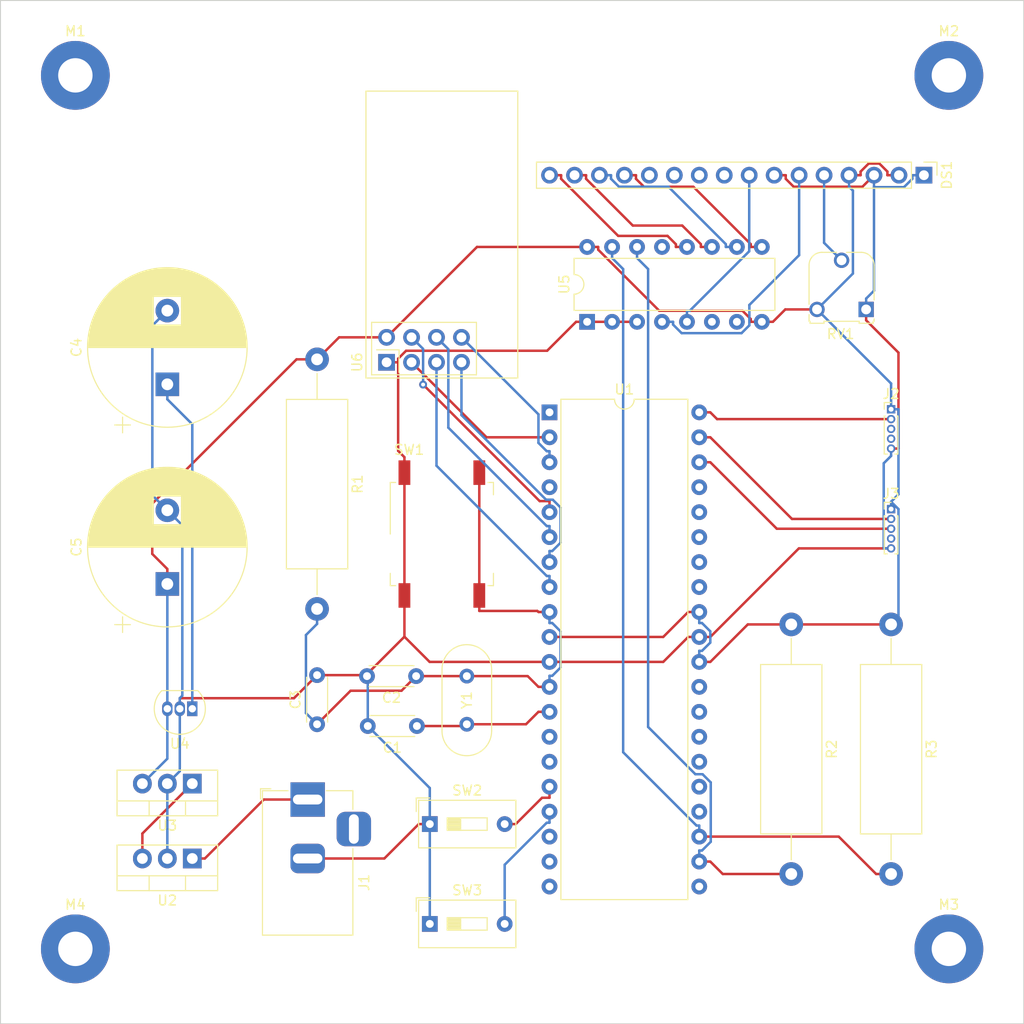
<source format=kicad_pcb>
(kicad_pcb (version 20211014) (generator pcbnew)
  (layers (0 "F.Cu" signal) (31 "B.Cu" signal) (34 "B.Paste" user) (35 "F.Paste" user) (36 "B.SilkS" user "B.Silkscreen") (37 "F.SilkS" user "F.Silkscreen") (38 "B.Mask" user) (39 "F.Mask" user) (44 "Edge.Cuts" user))
  (net 0 "")
  (net 1 "Net-(C1-Pad1)")
  (net 2 "/Atmega32/GND")
  (net 3 "Net-(C2-Pad1)")
  (net 4 "/Power Supply/3.3V")
  (net 5 "/Atmega32/5V")
  (net 6 "Net-(DS1-Pad5)")
  (net 7 "Net-(DS1-Pad6)")
  (net 8 "Net-(DS1-Pad8)")
  (net 13 "Net-(DS1-Pad13)")
  (net 14 "Net-(DS1-Pad14)")
  (net 15 "Net-(DS1-Pad15)")
  (net 16 "Net-(DS1-Pad16)")
  (net 17 "/Power Supply/12V")
  (net 18 "/Atmega32/A0")
  (net 21 "/Atmega32/A1")
  (net 22 "/Atmega32/A2")
  (net 24 "/Atmega32/SCL")
  (net 25 "/Atmega32/SDA")
  (net 26 "/Atmega32/D2")
  (net 27 "/Atmega32/D3")
  (net 29 "/Atmega32/CE")
  (net 30 "/Atmega32/IRQ")
  (net 32 "/Atmega32/CSN")
  (net 33 "/Atmega32/MOSI")
  (net 34 "/Atmega32/MISO")
  (net 35 "/Atmega32/SCK")
  (net 53 "Net-(U2-Pad3)")
  (footprint "Capacitor_THT:C_Disc_D4.3mm_W1.9mm_P5.00mm" (layer "F.Cu") (at 140.2397 104.31495 180)
    (fp_text reference "C2" (at 2.5 -2.2) (layer "F.SilkS"))
    (fp_text value "22pF")
    (pad "1" thru_hole circle (at 0 0 180) (size 1.6 1.6) (drill 0.8) (layers *.Cu *.Mask) (net 3 "Net-(C2-Pad1)"))
    (pad "2" thru_hole circle (at 5 0 180) (size 1.6 1.6) (drill 0.8) (layers *.Cu *.Mask) (net 2 "/Atmega32/GND"))
  )
  (footprint "MountingHole:MountingHole_3.5mm_Pad" (layer "F.Cu") (at 105.5597 43.17495)
    (fp_text reference "M1" (at 0 -4.5) (layer "F.SilkS"))
    (fp_text value "MountingHole_3.5mm_Pad" hide)
    (pad "1" thru_hole circle (at 0 0) (size 7 7) (drill 3.5) (layers *.Cu *.Mask))
  )
  (footprint "Package_DIP:DIP-40_W15.24mm" (layer "F.Cu") (at 153.8147 77.46995)
    (fp_text reference "U1" (at 7.62 -2.33) (layer "F.SilkS"))
    (fp_text value "ATmega32-16P")
    (pad "1" thru_hole rect (at 0 0) (size 1.6 1.6) (drill 0.8) (layers *.Cu *.Mask))
    (pad "2" thru_hole oval (at 0 2.54) (size 1.6 1.6) (drill 0.8) (layers *.Cu *.Mask) (net 29 "/Atmega32/CE"))
    (pad "3" thru_hole oval (at 0 5.08) (size 1.6 1.6) (drill 0.8) (layers *.Cu *.Mask) (net 30 "/Atmega32/IRQ"))
    (pad "4" thru_hole oval (at 0 7.62) (size 1.6 1.6) (drill 0.8) (layers *.Cu *.Mask))
    (pad "5" thru_hole oval (at 0 10.16) (size 1.6 1.6) (drill 0.8) (layers *.Cu *.Mask) (net 32 "/Atmega32/CSN"))
    (pad "6" thru_hole oval (at 0 12.7) (size 1.6 1.6) (drill 0.8) (layers *.Cu *.Mask) (net 33 "/Atmega32/MOSI"))
    (pad "7" thru_hole oval (at 0 15.24) (size 1.6 1.6) (drill 0.8) (layers *.Cu *.Mask) (net 34 "/Atmega32/MISO"))
    (pad "8" thru_hole oval (at 0 17.78) (size 1.6 1.6) (drill 0.8) (layers *.Cu *.Mask) (net 35 "/Atmega32/SCK"))
    (pad "9" thru_hole oval (at 0 20.32) (size 1.6 1.6) (drill 0.8) (layers *.Cu *.Mask) (net 3 "Net-(C2-Pad1)"))
    (pad "10" thru_hole oval (at 0 22.86) (size 1.6 1.6) (drill 0.8) (layers *.Cu *.Mask) (net 5 "/Atmega32/5V"))
    (pad "11" thru_hole oval (at 0 25.4) (size 1.6 1.6) (drill 0.8) (layers *.Cu *.Mask) (net 2 "/Atmega32/GND"))
    (pad "12" thru_hole oval (at 0 27.94) (size 1.6 1.6) (drill 0.8) (layers *.Cu *.Mask) (net 3 "Net-(C2-Pad1)"))
    (pad "13" thru_hole oval (at 0 30.48) (size 1.6 1.6) (drill 0.8) (layers *.Cu *.Mask) (net 1 "Net-(C1-Pad1)"))
    (pad "14" thru_hole oval (at 0 33.02) (size 1.6 1.6) (drill 0.8) (layers *.Cu *.Mask))
    (pad "15" thru_hole oval (at 0 35.56) (size 1.6 1.6) (drill 0.8) (layers *.Cu *.Mask))
    (pad "16" thru_hole oval (at 0 38.1) (size 1.6 1.6) (drill 0.8) (layers *.Cu *.Mask) (net 26 "/Atmega32/D2"))
    (pad "17" thru_hole oval (at 0 40.64) (size 1.6 1.6) (drill 0.8) (layers *.Cu *.Mask) (net 27 "/Atmega32/D3"))
    (pad "18" thru_hole oval (at 0 43.18) (size 1.6 1.6) (drill 0.8) (layers *.Cu *.Mask))
    (pad "19" thru_hole oval (at 0 45.72) (size 1.6 1.6) (drill 0.8) (layers *.Cu *.Mask))
    (pad "20" thru_hole oval (at 0 48.26) (size 1.6 1.6) (drill 0.8) (layers *.Cu *.Mask))
    (pad "21" thru_hole oval (at 15.24 48.26) (size 1.6 1.6) (drill 0.8) (layers *.Cu *.Mask))
    (pad "22" thru_hole oval (at 15.24 45.72) (size 1.6 1.6) (drill 0.8) (layers *.Cu *.Mask) (net 24 "/Atmega32/SCL"))
    (pad "23" thru_hole oval (at 15.24 43.18) (size 1.6 1.6) (drill 0.8) (layers *.Cu *.Mask) (net 25 "/Atmega32/SDA"))
    (pad "24" thru_hole oval (at 15.24 40.64) (size 1.6 1.6) (drill 0.8) (layers *.Cu *.Mask))
    (pad "25" thru_hole oval (at 15.24 38.1) (size 1.6 1.6) (drill 0.8) (layers *.Cu *.Mask))
    (pad "26" thru_hole oval (at 15.24 35.56) (size 1.6 1.6) (drill 0.8) (layers *.Cu *.Mask))
    (pad "27" thru_hole oval (at 15.24 33.02) (size 1.6 1.6) (drill 0.8) (layers *.Cu *.Mask))
    (pad "28" thru_hole oval (at 15.24 30.48) (size 1.6 1.6) (drill 0.8) (layers *.Cu *.Mask))
    (pad "29" thru_hole oval (at 15.24 27.94) (size 1.6 1.6) (drill 0.8) (layers *.Cu *.Mask))
    (pad "30" thru_hole oval (at 15.24 25.4) (size 1.6 1.6) (drill 0.8) (layers *.Cu *.Mask) (net 5 "/Atmega32/5V"))
    (pad "31" thru_hole oval (at 15.24 22.86) (size 1.6 1.6) (drill 0.8) (layers *.Cu *.Mask) (net 2 "/Atmega32/GND"))
    (pad "32" thru_hole oval (at 15.24 20.32) (size 1.6 1.6) (drill 0.8) (layers *.Cu *.Mask) (net 5 "/Atmega32/5V"))
    (pad "33" thru_hole oval (at 15.24 17.78) (size 1.6 1.6) (drill 0.8) (layers *.Cu *.Mask))
    (pad "34" thru_hole oval (at 15.24 15.24) (size 1.6 1.6) (drill 0.8) (layers *.Cu *.Mask))
    (pad "35" thru_hole oval (at 15.24 12.7) (size 1.6 1.6) (drill 0.8) (layers *.Cu *.Mask))
    (pad "36" thru_hole oval (at 15.24 10.16) (size 1.6 1.6) (drill 0.8) (layers *.Cu *.Mask))
    (pad "37" thru_hole oval (at 15.24 7.62) (size 1.6 1.6) (drill 0.8) (layers *.Cu *.Mask))
    (pad "38" thru_hole oval (at 15.24 5.08) (size 1.6 1.6) (drill 0.8) (layers *.Cu *.Mask) (net 22 "/Atmega32/A2"))
    (pad "39" thru_hole oval (at 15.24 2.54) (size 1.6 1.6) (drill 0.8) (layers *.Cu *.Mask) (net 21 "/Atmega32/A1"))
    (pad "40" thru_hole oval (at 15.24 0) (size 1.6 1.6) (drill 0.8) (layers *.Cu *.Mask) (net 18 "/Atmega32/A0"))
  )
  (footprint "Resistor_THT:R_Axial_DIN0617_L17.0mm_D6.0mm_P25.40mm_Horizontal" (layer "F.Cu") (at 178.4197 99.05495 -90)
    (fp_text reference "R2" (at 12.7 -4.12 90) (layer "F.SilkS"))
    (fp_text value "4.7k")
    (pad "1" thru_hole circle (at 0 0 270) (size 2.4 2.4) (drill 1.2) (layers *.Cu *.Mask) (net 5 "/Atmega32/5V"))
    (pad "2" thru_hole oval (at 25.4 0 270) (size 2.4 2.4) (drill 1.2) (layers *.Cu *.Mask) (net 24 "/Atmega32/SCL"))
  )
  (footprint "Package_TO_SOT_THT:TO-92_Inline" (layer "F.Cu") (at 117.4597 107.63745 180)
    (fp_text reference "U4" (at 1.27 -3.56) (layer "F.SilkS"))
    (fp_text value "L78L33_TO92")
    (pad "1" thru_hole rect (at 0 0 180) (size 1.05 1.5) (drill 0.75) (layers *.Cu *.Mask) (net 4 "/Power Supply/3.3V"))
    (pad "2" thru_hole oval (at 1.27 0 180) (size 1.05 1.5) (drill 0.75) (layers *.Cu *.Mask) (net 2 "/Atmega32/GND"))
    (pad "3" thru_hole oval (at 2.54 0 180) (size 1.05 1.5) (drill 0.75) (layers *.Cu *.Mask) (net 5 "/Atmega32/5V"))
  )
  (footprint "Connector_PinHeader_1.00mm:PinHeader_1x05_P1.00mm_Vertical" (layer "F.Cu") (at 188.5797 87.31745)
    (fp_text reference "J3" (at 0 -1.56) (layer "F.SilkS"))
    (fp_text value "Joystick (Motor)")
    (pad "1" thru_hole rect (at 0 0) (size 0.85 0.85) (drill 0.5) (layers *.Cu *.Mask) (net 5 "/Atmega32/5V"))
    (pad "2" thru_hole oval (at 0 1) (size 0.85 0.85) (drill 0.5) (layers *.Cu *.Mask) (net 21 "/Atmega32/A1"))
    (pad "3" thru_hole oval (at 0 2) (size 0.85 0.85) (drill 0.5) (layers *.Cu *.Mask) (net 22 "/Atmega32/A2"))
    (pad "4" thru_hole oval (at 0 3) (size 0.85 0.85) (drill 0.5) (layers *.Cu *.Mask))
    (pad "5" thru_hole oval (at 0 4) (size 0.85 0.85) (drill 0.5) (layers *.Cu *.Mask) (net 2 "/Atmega32/GND"))
  )
  (footprint "Crystal:Crystal_HC18-U_Vertical" (layer "F.Cu") (at 145.3997 109.21495 90)
    (fp_text reference "Y1" (at 2.45 0 90) (layer "F.SilkS"))
    (fp_text value "Crystal")
    (pad "1" thru_hole circle (at 0 0 90) (size 1.5 1.5) (drill 0.8) (layers *.Cu *.Mask) (net 1 "Net-(C1-Pad1)"))
    (pad "2" thru_hole circle (at 4.9 0 90) (size 1.5 1.5) (drill 0.8) (layers *.Cu *.Mask) (net 3 "Net-(C2-Pad1)"))
  )
  (footprint "Capacitor_THT:C_Disc_D4.3mm_W1.9mm_P5.00mm" (layer "F.Cu") (at 140.3197 109.39495 180)
    (fp_text reference "C1" (at 2.5 -2.2) (layer "F.SilkS"))
    (fp_text value "22pF")
    (pad "1" thru_hole circle (at 0 0 180) (size 1.6 1.6) (drill 0.8) (layers *.Cu *.Mask) (net 1 "Net-(C1-Pad1)"))
    (pad "2" thru_hole circle (at 5 0 180) (size 1.6 1.6) (drill 0.8) (layers *.Cu *.Mask) (net 2 "/Atmega32/GND"))
  )
  (footprint "Connector_BarrelJack:BarrelJack_Horizontal" (layer "F.Cu") (at 129.2022 116.87745 90)
    (fp_text reference "J1" (at -8.45 5.75 90) (layer "F.SilkS"))
    (fp_text value "Barrel_Jack")
    (pad "1" thru_hole rect (at 0 0 90) (size 3.5 3.5) (drill oval 1 3) (layers *.Cu *.Mask) (net 17 "/Power Supply/12V"))
    (pad "2" thru_hole roundrect (at -6 0 90) (size 3 3.5) (drill oval 1 3) (layers *.Cu *.Mask) (net 2 "/Atmega32/GND"))
    (pad "3" thru_hole roundrect (at -3 4.7 90) (size 3.5 3.5) (drill oval 3 1) (layers *.Cu *.Mask))
  )
  (footprint "Button_Switch_THT:SW_DIP_SPSTx01_Slide_9.78x4.72mm_W7.62mm_P2.54mm" (layer "F.Cu") (at 141.6322 129.53495)
    (fp_text reference "SW3" (at 3.81 -3.42) (layer "F.SilkS"))
    (fp_text value "Siren on/off")
    (pad "1" thru_hole rect (at 0 0) (size 1.6 1.6) (drill 0.8) (layers *.Cu *.Mask) (net 2 "/Atmega32/GND"))
    (pad "2" thru_hole oval (at 7.62 0) (size 1.6 1.6) (drill 0.8) (layers *.Cu *.Mask) (net 27 "/Atmega32/D3"))
  )
  (footprint "Resistor_THT:R_Axial_DIN0617_L17.0mm_D6.0mm_P25.40mm_Horizontal" (layer "F.Cu") (at 130.1597 72.07745 -90)
    (fp_text reference "R1" (at 12.7 -4.12 90) (layer "F.SilkS"))
    (fp_text value "10k")
    (pad "1" thru_hole circle (at 0 0 270) (size 2.4 2.4) (drill 1.2) (layers *.Cu *.Mask) (net 5 "/Atmega32/5V"))
    (pad "2" thru_hole oval (at 25.4 0 270) (size 2.4 2.4) (drill 1.2) (layers *.Cu *.Mask) (net 3 "Net-(C2-Pad1)"))
  )
  (footprint "MountingHole:MountingHole_3.5mm_Pad" (layer "F.Cu") (at 194.4597 132.07495)
    (fp_text reference "M3" (at 0 -4.5) (layer "F.SilkS"))
    (fp_text value "MountingHole_3.5mm_Pad" hide)
    (pad "1" thru_hole circle (at 0 0) (size 7 7) (drill 3.5) (layers *.Cu *.Mask))
  )
  (footprint "Capacitor_THT:CP_Radial_D16.0mm_P7.50mm" (layer "F.Cu") (at 114.9197 74.61745 90)
    (fp_text reference "C4" (at 3.75 -9.25 90) (layer "F.SilkS"))
    (fp_text value "470uF")
    (pad "1" thru_hole rect (at 0 0 90) (size 2.4 2.4) (drill 1.2) (layers *.Cu *.Mask) (net 4 "/Power Supply/3.3V"))
    (pad "2" thru_hole circle (at 7.5 0 90) (size 2.4 2.4) (drill 1.2) (layers *.Cu *.Mask) (net 2 "/Atmega32/GND"))
  )
  (footprint "Resistor_THT:R_Axial_DIN0617_L17.0mm_D6.0mm_P25.40mm_Horizontal" (layer "F.Cu") (at 188.5797 99.05495 -90)
    (fp_text reference "R3" (at 12.7 -4.12 90) (layer "F.SilkS"))
    (fp_text value "4.7k")
    (pad "1" thru_hole circle (at 0 0 270) (size 2.4 2.4) (drill 1.2) (layers *.Cu *.Mask) (net 5 "/Atmega32/5V"))
    (pad "2" thru_hole oval (at 25.4 0 270) (size 2.4 2.4) (drill 1.2) (layers *.Cu *.Mask) (net 25 "/Atmega32/SDA"))
  )
  (footprint "Package_TO_SOT_THT:TO-220-3_Vertical" (layer "F.Cu") (at 117.4597 115.25745 180)
    (fp_text reference "U3" (at 2.54 -4.27) (layer "F.SilkS"))
    (fp_text value "L7805")
    (pad "1" thru_hole rect (at 0 0 180) (size 1.905 2) (drill 1.1) (layers *.Cu *.Mask) (net 53 "Net-(U2-Pad3)"))
    (pad "2" thru_hole oval (at 2.54 0 180) (size 1.905 2) (drill 1.1) (layers *.Cu *.Mask) (net 2 "/Atmega32/GND"))
    (pad "3" thru_hole oval (at 5.08 0 180) (size 1.905 2) (drill 1.1) (layers *.Cu *.Mask) (net 5 "/Atmega32/5V"))
  )
  (footprint "Button_Switch_THT:SW_DIP_SPSTx01_Slide_9.78x4.72mm_W7.62mm_P2.54mm" (layer "F.Cu") (at 141.6322 119.37495)
    (fp_text reference "SW2" (at 3.81 -3.42) (layer "F.SilkS"))
    (fp_text value "Auto/Manual")
    (pad "1" thru_hole rect (at 0 0) (size 1.6 1.6) (drill 0.8) (layers *.Cu *.Mask) (net 2 "/Atmega32/GND"))
    (pad "2" thru_hole oval (at 7.62 0) (size 1.6 1.6) (drill 0.8) (layers *.Cu *.Mask) (net 26 "/Atmega32/D2"))
  )
  (footprint "Package_DIP:DIP-16_W7.62mm" (layer "F.Cu") (at 157.6447 68.25745 90)
    (fp_text reference "U5" (at 3.81 -2.33 90) (layer "F.SilkS"))
    (fp_text value "PCF8574A")
    (pad "1" thru_hole rect (at 0 0 90) (size 1.6 1.6) (drill 0.8) (layers *.Cu *.Mask) (net 2 "/Atmega32/GND"))
    (pad "2" thru_hole oval (at 0 2.54 90) (size 1.6 1.6) (drill 0.8) (layers *.Cu *.Mask) (net 2 "/Atmega32/GND"))
    (pad "3" thru_hole oval (at 0 5.08 90) (size 1.6 1.6) (drill 0.8) (layers *.Cu *.Mask) (net 2 "/Atmega32/GND"))
    (pad "4" thru_hole oval (at 0 7.62 90) (size 1.6 1.6) (drill 0.8) (layers *.Cu *.Mask) (net 7 "Net-(DS1-Pad6)"))
    (pad "5" thru_hole oval (at 0 10.16 90) (size 1.6 1.6) (drill 0.8) (layers *.Cu *.Mask) (net 8 "Net-(DS1-Pad8)"))
    (pad "6" thru_hole oval (at 0 12.7 90) (size 1.6 1.6) (drill 0.8) (layers *.Cu *.Mask))
    (pad "7" thru_hole oval (at 0 15.24 90) (size 1.6 1.6) (drill 0.8) (layers *.Cu *.Mask))
    (pad "8" thru_hole oval (at 0 17.78 90) (size 1.6 1.6) (drill 0.8) (layers *.Cu *.Mask) (net 5 "/Atmega32/5V"))
    (pad "9" thru_hole oval (at 7.62 17.78 90) (size 1.6 1.6) (drill 0.8) (layers *.Cu *.Mask) (net 13 "Net-(DS1-Pad13)"))
    (pad "10" thru_hole oval (at 7.62 15.24 90) (size 1.6 1.6) (drill 0.8) (layers *.Cu *.Mask) (net 14 "Net-(DS1-Pad14)"))
    (pad "11" thru_hole oval (at 7.62 12.7 90) (size 1.6 1.6) (drill 0.8) (layers *.Cu *.Mask) (net 15 "Net-(DS1-Pad15)"))
    (pad "12" thru_hole oval (at 7.62 10.16 90) (size 1.6 1.6) (drill 0.8) (layers *.Cu *.Mask) (net 16 "Net-(DS1-Pad16)"))
    (pad "13" thru_hole oval (at 7.62 7.62 90) (size 1.6 1.6) (drill 0.8) (layers *.Cu *.Mask))
    (pad "14" thru_hole oval (at 7.62 5.08 90) (size 1.6 1.6) (drill 0.8) (layers *.Cu *.Mask) (net 24 "/Atmega32/SCL"))
    (pad "15" thru_hole oval (at 7.62 2.54 90) (size 1.6 1.6) (drill 0.8) (layers *.Cu *.Mask) (net 25 "/Atmega32/SDA"))
    (pad "16" thru_hole oval (at 7.62 0 90) (size 1.6 1.6) (drill 0.8) (layers *.Cu *.Mask) (net 5 "/Atmega32/5V"))
  )
  (footprint "Package_TO_SOT_THT:TO-220-3_Vertical" (layer "F.Cu") (at 117.4597 122.87745 180)
    (fp_text reference "U2" (at 2.54 -4.27) (layer "F.SilkS"))
    (fp_text value "L7809")
    (pad "1" thru_hole rect (at 0 0 180) (size 1.905 2) (drill 1.1) (layers *.Cu *.Mask) (net 17 "/Power Supply/12V"))
    (pad "2" thru_hole oval (at 2.54 0 180) (size 1.905 2) (drill 1.1) (layers *.Cu *.Mask) (net 2 "/Atmega32/GND"))
    (pad "3" thru_hole oval (at 5.08 0 180) (size 1.905 2) (drill 1.1) (layers *.Cu *.Mask) (net 53 "Net-(U2-Pad3)"))
  )
  (footprint "Connector_PinHeader_2.54mm:PinHeader_1x16_P2.54mm_Vertical" (layer "F.Cu") (at 191.9197 53.33495 -90)
    (fp_text reference "DS1" (at 0 -2.33 -90) (layer "F.SilkS"))
    (fp_text value "HY1602E LCD 16x2")
    (pad "1" thru_hole rect (at 0 0 270) (size 1.7 1.7) (drill 1) (layers *.Cu *.Mask) (net 2 "/Atmega32/GND"))
    (pad "2" thru_hole oval (at 0 2.54 270) (size 1.7 1.7) (drill 1) (layers *.Cu *.Mask) (net 5 "/Atmega32/5V"))
    (pad "3" thru_hole oval (at 0 5.08 270) (size 1.7 1.7) (drill 1) (layers *.Cu *.Mask) (net 2 "/Atmega32/GND"))
    (pad "4" thru_hole oval (at 0 7.62 270) (size 1.7 1.7) (drill 1) (layers *.Cu *.Mask) (net 5 "/Atmega32/5V"))
    (pad "5" thru_hole oval (at 0 10.16 270) (size 1.7 1.7) (drill 1) (layers *.Cu *.Mask) (net 6 "Net-(DS1-Pad5)"))
    (pad "6" thru_hole oval (at 0 12.7 270) (size 1.7 1.7) (drill 1) (layers *.Cu *.Mask) (net 7 "Net-(DS1-Pad6)"))
    (pad "7" thru_hole oval (at 0 15.24 270) (size 1.7 1.7) (drill 1) (layers *.Cu *.Mask) (net 2 "/Atmega32/GND"))
    (pad "8" thru_hole oval (at 0 17.78 270) (size 1.7 1.7) (drill 1) (layers *.Cu *.Mask) (net 8 "Net-(DS1-Pad8)"))
    (pad "9" thru_hole oval (at 0 20.32 270) (size 1.7 1.7) (drill 1) (layers *.Cu *.Mask))
    (pad "10" thru_hole oval (at 0 22.86 270) (size 1.7 1.7) (drill 1) (layers *.Cu *.Mask))
    (pad "11" thru_hole oval (at 0 25.4 270) (size 1.7 1.7) (drill 1) (layers *.Cu *.Mask))
    (pad "12" thru_hole oval (at 0 27.94 270) (size 1.7 1.7) (drill 1) (layers *.Cu *.Mask))
    (pad "13" thru_hole oval (at 0 30.48 270) (size 1.7 1.7) (drill 1) (layers *.Cu *.Mask) (net 13 "Net-(DS1-Pad13)"))
    (pad "14" thru_hole oval (at 0 33.02 270) (size 1.7 1.7) (drill 1) (layers *.Cu *.Mask) (net 14 "Net-(DS1-Pad14)"))
    (pad "15" thru_hole oval (at 0 35.56 270) (size 1.7 1.7) (drill 1) (layers *.Cu *.Mask) (net 15 "Net-(DS1-Pad15)"))
    (pad "16" thru_hole oval (at 0 38.1 270) (size 1.7 1.7) (drill 1) (layers *.Cu *.Mask) (net 16 "Net-(DS1-Pad16)"))
  )
  (footprint "MountingHole:MountingHole_3.5mm_Pad" (layer "F.Cu") (at 194.4597 43.17495)
    (fp_text reference "M2" (at 0 -4.5) (layer "F.SilkS"))
    (fp_text value "MountingHole_3.5mm_Pad" hide)
    (pad "1" thru_hole circle (at 0 0) (size 7 7) (drill 3.5) (layers *.Cu *.Mask))
  )
  (footprint "Button_Switch_SMD:SW_MEC_5GSH9" (layer "F.Cu") (at 142.8597 89.85745)
    (fp_text reference "SW1" (at -3.325 -8.575 180) (layer "F.SilkS"))
    (fp_text value "Reset Button")
    (pad "1" smd rect (at -3.81 -6.25 90) (size 2.5 1.2) (layers "F.Cu" "F.Paste" "F.Mask") (net 2 "/Atmega32/GND"))
    (pad "2" smd rect (at -3.81 6.25 90) (size 2.5 1.2) (layers "F.Cu" "F.Paste" "F.Mask") (net 2 "/Atmega32/GND"))
    (pad "3" smd rect (at 3.81 -6.25 90) (size 2.5 1.2) (layers "F.Cu" "F.Paste" "F.Mask") (net 3 "Net-(C2-Pad1)"))
    (pad "4" smd rect (at 3.81 6.25 90) (size 2.5 1.2) (layers "F.Cu" "F.Paste" "F.Mask") (net 3 "Net-(C2-Pad1)"))
  )
  (footprint "Capacitor_THT:C_Disc_D4.3mm_W1.9mm_P5.00mm" (layer "F.Cu") (at 130.1597 109.21495 90)
    (fp_text reference "C3" (at 2.5 -2.2 90) (layer "F.SilkS"))
    (fp_text value "10uF")
    (pad "1" thru_hole circle (at 0 0 90) (size 1.6 1.6) (drill 0.8) (layers *.Cu *.Mask) (net 3 "Net-(C2-Pad1)"))
    (pad "2" thru_hole circle (at 5 0 90) (size 1.6 1.6) (drill 0.8) (layers *.Cu *.Mask) (net 2 "/Atmega32/GND"))
  )
  (footprint "RF_Module:nRF24L01_Breakout" (layer "F.Cu") (at 137.2347 72.37745 90)
    (fp_text reference "U6" (at 0 -3 90) (layer "F.SilkS"))
    (fp_text value "NRF24L01")
    (pad "1" thru_hole rect (at 0 0 90) (size 1.7 1.7) (drill 1) (layers *.Cu *.Mask) (net 2 "/Atmega32/GND"))
    (pad "2" thru_hole circle (at 2.54 0 90) (size 1.7 1.7) (drill 1) (layers *.Cu *.Mask) (net 5 "/Atmega32/5V"))
    (pad "3" thru_hole circle (at 0 2.54 90) (size 1.7 1.7) (drill 1) (layers *.Cu *.Mask) (net 29 "/Atmega32/CE"))
    (pad "4" thru_hole circle (at 2.54 2.54 90) (size 1.7 1.7) (drill 1) (layers *.Cu *.Mask) (net 32 "/Atmega32/CSN"))
    (pad "5" thru_hole circle (at 0 5.08 90) (size 1.7 1.7) (drill 1) (layers *.Cu *.Mask) (net 35 "/Atmega32/SCK"))
    (pad "6" thru_hole circle (at 2.54 5.08 90) (size 1.7 1.7) (drill 1) (layers *.Cu *.Mask) (net 33 "/Atmega32/MOSI"))
    (pad "7" thru_hole circle (at 0 7.62 90) (size 1.7 1.7) (drill 1) (layers *.Cu *.Mask) (net 34 "/Atmega32/MISO"))
    (pad "8" thru_hole circle (at 2.54 7.62 90) (size 1.7 1.7) (drill 1) (layers *.Cu *.Mask) (net 30 "/Atmega32/IRQ"))
  )
  (footprint "MountingHole:MountingHole_3.5mm_Pad" (layer "F.Cu") (at 105.5597 132.07495)
    (fp_text reference "M4" (at 0 -4.5) (layer "F.SilkS"))
    (fp_text value "MountingHole_3.5mm_Pad" hide)
    (pad "1" thru_hole circle (at 0 0) (size 7 7) (drill 3.5) (layers *.Cu *.Mask))
  )
  (footprint "Connector_PinHeader_1.00mm:PinHeader_1x05_P1.00mm_Vertical" (layer "F.Cu") (at 188.5797 77.15745)
    (fp_text reference "J2" (at 0 -1.56) (layer "F.SilkS"))
    (fp_text value "Joystick (Servo)")
    (pad "1" thru_hole rect (at 0 0) (size 0.85 0.85) (drill 0.5) (layers *.Cu *.Mask) (net 5 "/Atmega32/5V"))
    (pad "2" thru_hole oval (at 0 1) (size 0.85 0.85) (drill 0.5) (layers *.Cu *.Mask) (net 18 "/Atmega32/A0"))
    (pad "3" thru_hole oval (at 0 2) (size 0.85 0.85) (drill 0.5) (layers *.Cu *.Mask))
    (pad "4" thru_hole oval (at 0 3) (size 0.85 0.85) (drill 0.5) (layers *.Cu *.Mask))
    (pad "5" thru_hole oval (at 0 4) (size 0.85 0.85) (drill 0.5) (layers *.Cu *.Mask) (net 2 "/Atmega32/GND"))
  )
  (footprint "Capacitor_THT:CP_Radial_D16.0mm_P7.50mm" (layer "F.Cu") (at 114.9197 94.93745 90)
    (fp_text reference "C5" (at 3.75 -9.25 90) (layer "F.SilkS"))
    (fp_text value "470uF")
    (pad "1" thru_hole rect (at 0 0 90) (size 2.4 2.4) (drill 1.2) (layers *.Cu *.Mask) (net 5 "/Atmega32/5V"))
    (pad "2" thru_hole circle (at 7.5 0 90) (size 2.4 2.4) (drill 1.2) (layers *.Cu *.Mask) (net 2 "/Atmega32/GND"))
  )
  (footprint "Potentiometer_THT:Potentiometer_Runtron_RM-065_Vertical" (layer "F.Cu") (at 186.0397 66.99745 180)
    (fp_text reference "RV1" (at 2.6 -2.5) (layer "F.SilkS"))
    (fp_text value "Potentiometer")
    (pad "1" thru_hole rect (at 0 0 180) (size 1.56 1.56) (drill 1) (layers *.Cu *.Mask) (net 2 "/Atmega32/GND"))
    (pad "2" thru_hole circle (at 2.5 5 180) (size 1.56 1.56) (drill 1) (layers *.Cu *.Mask) (net 6 "Net-(DS1-Pad5)"))
    (pad "3" thru_hole circle (at 5 0 180) (size 1.56 1.56) (drill 1) (layers *.Cu *.Mask) (net 5 "/Atmega32/5V"))
  )
  (gr_line (start 97.9397 35.55495) (end 202.0797 35.55495) (layer "Edge.Cuts") (width 0.1))
  (gr_line (start 97.9397 139.69495) (end 97.9397 35.55495) (layer "Edge.Cuts") (width 0.1))
  (gr_line (start 202.0797 139.69495) (end 97.9397 139.69495) (layer "Edge.Cuts") (width 0.1))
  (gr_line (start 202.0797 35.55495) (end 202.0797 139.69495) (layer "Edge.Cuts") (width 0.1))
  (segment (start 145.2197 109.39495) (end 145.3997 109.21495) (width 0.25) (layer "F.Cu") (net 1))
  (segment (start 140.3197 109.39495) (end 145.2197 109.39495) (width 0.25) (layer "F.Cu") (net 1))
  (segment (start 153.8147 107.94995) (end 152.6894 107.94995) (width 0.25) (layer "F.Cu") (net 1))
  (segment (start 151.4244 109.21495) (end 152.6894 107.94995) (width 0.25) (layer "F.Cu") (net 1))
  (segment (start 145.3997 109.21495) (end 151.4244 109.21495) (width 0.25) (layer "F.Cu") (net 1))
  (segment (start 139.0497 83.60745) (end 139.0497 96.10745) (width 0.25) (layer "F.Cu") (net 2))
  (segment (start 139.0497 100.30495) (end 135.1397 104.21495) (width 0.25) (layer "F.Cu") (net 2))
  (segment (start 137.2347 72.37745) (end 138.41 72.37745) (width 0.25) (layer "F.Cu") (net 2))
  (segment (start 153.5747 71.20215) (end 156.5194 68.25745) (width 0.25) (layer "F.Cu") (net 2))
  (segment (start 138.41 72.37745) (end 138.41 72.01005) (width 0.25) (layer "F.Cu") (net 2))
  (segment (start 189.33 71.39305) (end 189.33 81.15745) (width 0.25) (layer "F.Cu") (net 2))
  (segment (start 141.6147 102.86995) (end 139.0497 100.30495) (width 0.25) (layer "F.Cu") (net 2))
  (segment (start 185.6644 54.51025) (end 178.6629 54.51025) (width 0.25) (layer "F.Cu") (net 2))
  (segment (start 176.6797 53.33495) (end 177.855 53.33495) (width 0.25) (layer "F.Cu") (net 2))
  (segment (start 178.6629 54.51025) (end 177.855 53.70235) (width 0.25) (layer "F.Cu") (net 2))
  (segment (start 165.3894 102.86995) (end 153.8147 102.86995) (width 0.25) (layer "F.Cu") (net 2))
  (segment (start 139.0497 82.81975) (end 139.0497 83.60745) (width 0.25) (layer "F.Cu") (net 2))
  (segment (start 139.0497 96.10745) (end 139.0497 100.30495) (width 0.25) (layer "F.Cu") (net 2))
  (segment (start 179.1925 91.31745) (end 170.18 100.32995) (width 0.25) (layer "F.Cu") (net 2))
  (segment (start 188.5797 91.31745) (end 179.1925 91.31745) (width 0.25) (layer "F.Cu") (net 2))
  (segment (start 116.1897 106.56215) (end 127.8125 106.56215) (width 0.25) (layer "F.Cu") (net 2))
  (segment (start 139.2179 71.20215) (end 153.5747 71.20215) (width 0.25) (layer "F.Cu") (net 2))
  (segment (start 186.8397 53.33495) (end 185.6644 54.51025) (width 0.25) (layer "F.Cu") (net 2))
  (segment (start 153.8147 102.86995) (end 141.6147 102.86995) (width 0.25) (layer "F.Cu") (net 2))
  (segment (start 157.6447 68.25745) (end 156.5194 68.25745) (width 0.25) (layer "F.Cu") (net 2))
  (segment (start 167.9294 100.32995) (end 165.3894 102.86995) (width 0.25) (layer "F.Cu") (net 2))
  (segment (start 169.5048 100.32995) (end 170.18 100.32995) (width 0.25) (layer "F.Cu") (net 2))
  (segment (start 116.1897 107.63745) (end 116.1897 106.56215) (width 0.25) (layer "F.Cu") (net 2))
  (segment (start 186.0397 66.99745) (end 186.0397 68.10275) (width 0.25) (layer "F.Cu") (net 2))
  (segment (start 162.7247 68.25745) (end 160.1847 68.25745) (width 0.25) (layer "F.Cu") (net 2))
  (segment (start 139.0497 82.03215) (end 138.41 81.39245) (width 0.25) (layer "F.Cu") (net 2))
  (segment (start 139.0497 82.81975) (end 139.0497 82.03215) (width 0.25) (layer "F.Cu") (net 2))
  (segment (start 188.5797 81.15745) (end 189.33 81.15745) (width 0.25) (layer "F.Cu") (net 2))
  (segment (start 141.6322 119.37495) (end 140.5069 119.37495) (width 0.25) (layer "F.Cu") (net 2))
  (segment (start 138.41 72.01005) (end 139.2179 71.20215) (width 0.25) (layer "F.Cu") (net 2))
  (segment (start 140.5069 119.37495) (end 137.0044 122.87745) (width 0.25) (layer "F.Cu") (net 2))
  (segment (start 138.41 81.39245) (end 138.41 72.37745) (width 0.25) (layer "F.Cu") (net 2))
  (segment (start 137.0044 122.87745) (end 129.2022 122.87745) (width 0.25) (layer "F.Cu") (net 2))
  (segment (start 177.855 53.70235) (end 177.855 53.33495) (width 0.25) (layer "F.Cu") (net 2))
  (segment (start 160.1847 68.25745) (end 157.6447 68.25745) (width 0.25) (layer "F.Cu") (net 2))
  (segment (start 127.8125 106.56215) (end 130.1597 104.21495) (width 0.25) (layer "F.Cu") (net 2))
  (segment (start 169.0547 100.32995) (end 167.9294 100.32995) (width 0.25) (layer "F.Cu") (net 2))
  (segment (start 135.1397 104.21495) (end 135.2397 104.31495) (width 0.25) (layer "F.Cu") (net 2))
  (segment (start 186.0397 68.10275) (end 189.33 71.39305) (width 0.25) (layer "F.Cu") (net 2))
  (segment (start 130.1597 104.21495) (end 135.1397 104.21495) (width 0.25) (layer "F.Cu") (net 2))
  (segment (start 169.5048 100.32995) (end 169.0547 100.32995) (width 0.25) (layer "F.Cu") (net 2))
  (segment (start 189.8948 54.55185) (end 190.7444 53.70225) (width 0.25) (layer "B.Cu") (net 2))
  (segment (start 186.8397 54.55185) (end 186.8397 65.09215) (width 0.25) (layer "B.Cu") (net 2))
  (segment (start 141.6322 129.53495) (end 141.6322 119.37495) (width 0.25) (layer "B.Cu") (net 2))
  (segment (start 135.2397 104.31495) (end 135.3197 104.39495) (width 0.25) (layer "B.Cu") (net 2))
  (segment (start 135.3197 104.39495) (end 135.3197 109.39495) (width 0.25) (layer "B.Cu") (net 2))
  (segment (start 188.5797 91.31745) (end 187.8294 91.31745) (width 0.25) (layer "B.Cu") (net 2))
  (segment (start 113.3943 85.91205) (end 114.9197 87.43745) (width 0.25) (layer "B.Cu") (net 2))
  (segment (start 113.3943 68.64285) (end 113.3943 85.91205) (width 0.25) (layer "B.Cu") (net 2))
  (segment (start 114.9197 115.25745) (end 116.1897 113.98745) (width 0.25) (layer "B.Cu") (net 2))
  (segment (start 188.5797 81.90775) (end 187.8294 82.65805) (width 0.25) (layer "B.Cu") (net 2))
  (segment (start 116.1897 107.63745) (end 116.1897 106.56215) (width 0.25) (layer "B.Cu") (net 2))
  (segment (start 186.8397 54.55185) (end 189.8948 54.55185) (width 0.25) (layer "B.Cu") (net 2))
  (segment (start 186.8397 65.09215) (end 186.0397 65.89215) (width 0.25) (layer "B.Cu") (net 2))
  (segment (start 186.8397 53.33495) (end 186.8397 54.55185) (width 0.25) (layer "B.Cu") (net 2))
  (segment (start 188.5797 81.15745) (end 188.5797 81.90775) (width 0.25) (layer "B.Cu") (net 2))
  (segment (start 116.4451 106.30675) (end 116.1897 106.56215) (width 0.25) (layer "B.Cu") (net 2))
  (segment (start 186.0397 66.44475) (end 186.0397 65.89215) (width 0.25) (layer "B.Cu") (net 2))
  (segment (start 116.1897 113.98745) (end 116.1897 107.63745) (width 0.25) (layer "B.Cu") (net 2))
  (segment (start 190.7444 53.70225) (end 190.7444 53.33495) (width 0.25) (layer "B.Cu") (net 2))
  (segment (start 141.6322 119.37495) (end 141.6322 115.70745) (width 0.25) (layer "B.Cu") (net 2))
  (segment (start 187.8294 82.65805) (end 187.8294 91.31745) (width 0.25) (layer "B.Cu") (net 2))
  (segment (start 114.9197 122.87745) (end 114.9197 115.25745) (width 0.25) (layer "B.Cu") (net 2))
  (segment (start 141.6322 115.70745) (end 135.3197 109.39495) (width 0.25) (layer "B.Cu") (net 2))
  (segment (start 116.4451 88.96285) (end 116.4451 106.30675) (width 0.25) (layer "B.Cu") (net 2))
  (segment (start 114.9197 67.11745) (end 113.3943 68.64285) (width 0.25) (layer "B.Cu") (net 2))
  (segment (start 114.9197 87.43745) (end 116.4451 88.96285) (width 0.25) (layer "B.Cu") (net 2))
  (segment (start 191.9197 53.33495) (end 190.7444 53.33495) (width 0.25) (layer "B.Cu") (net 2))
  (segment (start 186.0397 66.44475) (end 186.0397 66.99745) (width 0.25) (layer "B.Cu") (net 2))
  (segment (start 153.8147 105.40995) (end 152.6894 105.40995) (width 0.25) (layer "F.Cu") (net 3))
  (segment (start 151.5944 104.31495) (end 152.6894 105.40995) (width 0.25) (layer "F.Cu") (net 3))
  (segment (start 146.6697 96.10745) (end 146.6697 97.68275) (width 0.25) (layer "F.Cu") (net 3))
  (segment (start 138.7513 105.80335) (end 133.5713 105.80335) (width 0.25) (layer "F.Cu") (net 3))
  (segment (start 133.5713 105.80335) (end 130.1597 109.21495) (width 0.25) (layer "F.Cu") (net 3))
  (segment (start 140.2397 104.31495) (end 145.3997 104.31495) (width 0.25) (layer "F.Cu") (net 3))
  (segment (start 145.3997 104.31495) (end 151.5944 104.31495) (width 0.25) (layer "F.Cu") (net 3))
  (segment (start 146.6697 97.68275) (end 152.5822 97.68275) (width 0.25) (layer "F.Cu") (net 3))
  (segment (start 153.8147 97.78995) (end 152.6894 97.78995) (width 0.25) (layer "F.Cu") (net 3))
  (segment (start 152.5822 97.68275) (end 152.6894 97.78995) (width 0.25) (layer "F.Cu") (net 3))
  (segment (start 146.6697 83.60745) (end 146.6697 96.10745) (width 0.25) (layer "F.Cu") (net 3))
  (segment (start 140.2397 104.31495) (end 138.7513 105.80335) (width 0.25) (layer "F.Cu") (net 3))
  (segment (start 154.0961 104.28465) (end 153.8147 104.28465) (width 0.25) (layer "B.Cu") (net 3))
  (segment (start 153.8147 105.40995) (end 153.8147 104.28465) (width 0.25) (layer "B.Cu") (net 3))
  (segment (start 129.0279 108.08315) (end 129.0279 100.13455) (width 0.25) (layer "B.Cu") (net 3))
  (segment (start 154.94 99.75925) (end 154.94 103.44075) (width 0.25) (layer "B.Cu") (net 3))
  (segment (start 130.1597 109.21495) (end 129.0279 108.08315) (width 0.25) (layer "B.Cu") (net 3))
  (segment (start 153.8147 98.91525) (end 154.096 98.91525) (width 0.25) (layer "B.Cu") (net 3))
  (segment (start 130.1597 97.47745) (end 130.1597 99.00275) (width 0.25) (layer "B.Cu") (net 3))
  (segment (start 154.94 103.44075) (end 154.0961 104.28465) (width 0.25) (layer "B.Cu") (net 3))
  (segment (start 129.0279 100.13455) (end 130.1597 99.00275) (width 0.25) (layer "B.Cu") (net 3))
  (segment (start 154.096 98.91525) (end 154.94 99.75925) (width 0.25) (layer "B.Cu") (net 3))
  (segment (start 153.8147 97.78995) (end 153.8147 98.91525) (width 0.25) (layer "B.Cu") (net 3))
  (segment (start 114.9197 74.61745) (end 114.9197 76.14275) (width 0.25) (layer "B.Cu") (net 4))
  (segment (start 117.4597 78.68275) (end 117.4597 107.63745) (width 0.25) (layer "B.Cu") (net 4))
  (segment (start 114.9197 76.14275) (end 117.4597 78.68275) (width 0.25) (layer "B.Cu") (net 4))
  (segment (start 175.4247 68.25745) (end 176.55 68.25745) (width 0.25) (layer "F.Cu") (net 5))
  (segment (start 113.3858 86.76085) (end 128.0692 72.07745) (width 0.25) (layer "F.Cu") (net 5))
  (segment (start 173.4555 67.13215) (end 174.2994 67.97605) (width 0.25) (layer "F.Cu") (net 5))
  (segment (start 158.77 60.63745) (end 158.77 60.91885) (width 0.25) (layer "F.Cu") (net 5))
  (segment (start 181.0397 66.99745) (end 177.81 66.99745) (width 0.25) (layer "F.Cu") (net 5))
  (segment (start 173.995 99.05495) (end 170.18 102.86995) (width 0.25) (layer "F.Cu") (net 5))
  (segment (start 165.3894 100.32995) (end 167.9294 97.78995) (width 0.25) (layer "F.Cu") (net 5))
  (segment (start 164.9833 67.13215) (end 173.4555 67.13215) (width 0.25) (layer "F.Cu") (net 5))
  (segment (start 157.6447 60.63745) (end 158.77 60.63745) (width 0.25) (layer "F.Cu") (net 5))
  (segment (start 185.475 52.96965) (end 185.475 53.33495) (width 0.25) (layer "F.Cu") (net 5))
  (segment (start 187.3839 52.14715) (end 186.2975 52.14715) (width 0.25) (layer "F.Cu") (net 5))
  (segment (start 137.2347 69.83745) (end 146.4347 60.63745) (width 0.25) (layer "F.Cu") (net 5))
  (segment (start 186.2975 52.14715) (end 185.475 52.96965) (width 0.25) (layer "F.Cu") (net 5))
  (segment (start 146.4347 60.63745) (end 157.6447 60.63745) (width 0.25) (layer "F.Cu") (net 5))
  (segment (start 189.3797 53.33495) (end 188.2044 53.33495) (width 0.25) (layer "F.Cu") (net 5))
  (segment (start 158.77 60.91885) (end 164.9833 67.13215) (width 0.25) (layer "F.Cu") (net 5))
  (segment (start 169.0547 102.86995) (end 170.18 102.86995) (width 0.25) (layer "F.Cu") (net 5))
  (segment (start 175.4247 68.25745) (end 174.2994 68.25745) (width 0.25) (layer "F.Cu") (net 5))
  (segment (start 188.2044 52.96765) (end 187.3839 52.14715) (width 0.25) (layer "F.Cu") (net 5))
  (segment (start 114.9197 93.41215) (end 113.3858 91.87825) (width 0.25) (layer "F.Cu") (net 5))
  (segment (start 128.0692 72.07745) (end 130.1597 72.07745) (width 0.25) (layer "F.Cu") (net 5))
  (segment (start 153.8147 100.32995) (end 165.3894 100.32995) (width 0.25) (layer "F.Cu") (net 5))
  (segment (start 184.2997 53.33495) (end 185.475 53.33495) (width 0.25) (layer "F.Cu") (net 5))
  (segment (start 132.3997 69.83745) (end 130.1597 72.07745) (width 0.25) (layer "F.Cu") (net 5))
  (segment (start 188.5797 99.05495) (end 178.4197 99.05495) (width 0.25) (layer "F.Cu") (net 5))
  (segment (start 177.81 66.99745) (end 176.55 68.25745) (width 0.25) (layer "F.Cu") (net 5))
  (segment (start 169.0547 97.78995) (end 167.9294 97.78995) (width 0.25) (layer "F.Cu") (net 5))
  (segment (start 113.3858 91.87825) (end 113.3858 86.76085) (width 0.25) (layer "F.Cu") (net 5))
  (segment (start 114.9197 94.93745) (end 114.9197 93.41215) (width 0.25) (layer "F.Cu") (net 5))
  (segment (start 137.2347 69.83745) (end 132.3997 69.83745) (width 0.25) (layer "F.Cu") (net 5))
  (segment (start 188.2044 53.33495) (end 188.2044 52.96765) (width 0.25) (layer "F.Cu") (net 5))
  (segment (start 178.4197 99.05495) (end 173.995 99.05495) (width 0.25) (layer "F.Cu") (net 5))
  (segment (start 174.2994 67.97605) (end 174.2994 68.25745) (width 0.25) (layer "F.Cu") (net 5))
  (segment (start 169.0547 102.86995) (end 169.0547 101.74465) (width 0.25) (layer "B.Cu") (net 5))
  (segment (start 169.3361 101.74465) (end 169.0547 101.74465) (width 0.25) (layer "B.Cu") (net 5))
  (segment (start 184.2997 54.51025) (end 184.6942 54.90475) (width 0.25) (layer "B.Cu") (net 5))
  (segment (start 188.5797 77.15745) (end 189.33 77.15745) (width 0.25) (layer "B.Cu") (net 5))
  (segment (start 189.33 77.15745) (end 189.33 85.81685) (width 0.25) (layer "B.Cu") (net 5))
  (segment (start 184.6942 63.34295) (end 181.0397 66.99745) (width 0.25) (layer "B.Cu") (net 5))
  (segment (start 188.5797 87.31745) (end 188.5797 86.56715) (width 0.25) (layer "B.Cu") (net 5))
  (segment (start 184.2997 53.33495) (end 184.2997 54.51025) (width 0.25) (layer "B.Cu") (net 5))
  (segment (start 169.0547 98.91525) (end 169.336 98.91525) (width 0.25) (layer "B.Cu") (net 5))
  (segment (start 189.3301 87.31755) (end 189.3301 98.30455) (width 0.25) (layer "B.Cu") (net 5))
  (segment (start 188.5797 74.53745) (end 188.5797 77.15745) (width 0.25) (layer "B.Cu") (net 5))
  (segment (start 189.33 85.81685) (end 188.5797 86.56715) (width 0.25) (layer "B.Cu") (net 5))
  (segment (start 189.3301 98.30455) (end 188.5797 99.05495) (width 0.25) (layer "B.Cu") (net 5))
  (segment (start 169.336 98.91525) (end 170.18 99.75925) (width 0.25) (layer "B.Cu") (net 5))
  (segment (start 184.6942 54.90475) (end 184.6942 63.34295) (width 0.25) (layer "B.Cu") (net 5))
  (segment (start 169.0547 97.78995) (end 169.0547 98.91525) (width 0.25) (layer "B.Cu") (net 5))
  (segment (start 170.18 99.75925) (end 170.18 100.90075) (width 0.25) (layer "B.Cu") (net 5))
  (segment (start 181.0397 66.99745) (end 188.5797 74.53745) (width 0.25) (layer "B.Cu") (net 5))
  (segment (start 114.9197 107.63745) (end 114.9197 112.71745) (width 0.25) (layer "B.Cu") (net 5))
  (segment (start 170.18 100.90075) (end 169.3361 101.74465) (width 0.25) (layer "B.Cu") (net 5))
  (segment (start 114.9197 112.71745) (end 112.3797 115.25745) (width 0.25) (layer "B.Cu") (net 5))
  (segment (start 114.9197 94.93745) (end 114.9197 107.63745) (width 0.25) (layer "B.Cu") (net 5))
  (segment (start 188.5797 86.56715) (end 189.3301 87.31755) (width 0.25) (layer "B.Cu") (net 5))
  (segment (start 183.5397 61.99745) (end 181.7597 60.21745) (width 0.25) (layer "B.Cu") (net 6))
  (segment (start 181.7597 60.21745) (end 181.7597 53.33495) (width 0.25) (layer "B.Cu") (net 6))
  (segment (start 173.3581 69.41105) (end 174.1547 68.61445) (width 0.25) (layer "B.Cu") (net 7))
  (segment (start 165.2647 68.25745) (end 166.39 68.25745) (width 0.25) (layer "B.Cu") (net 7))
  (segment (start 166.39 68.25745) (end 166.39 68.53875) (width 0.25) (layer "B.Cu") (net 7))
  (segment (start 166.39 68.53875) (end 167.2623 69.41105) (width 0.25) (layer "B.Cu") (net 7))
  (segment (start 167.2623 69.41105) (end 173.3581 69.41105) (width 0.25) (layer "B.Cu") (net 7))
  (segment (start 174.1547 68.61445) (end 174.1547 66.54195) (width 0.25) (layer "B.Cu") (net 7))
  (segment (start 174.1547 66.54195) (end 179.2197 61.47695) (width 0.25) (layer "B.Cu") (net 7))
  (segment (start 179.2197 61.47695) (end 179.2197 53.33495) (width 0.25) (layer "B.Cu") (net 7))
  (segment (start 174.1397 53.33495) (end 174.1397 61.07845) (width 0.25) (layer "B.Cu") (net 8))
  (segment (start 167.8047 68.25745) (end 167.8047 67.13215) (width 0.25) (layer "B.Cu") (net 8))
  (segment (start 168.086 67.13215) (end 167.8047 67.13215) (width 0.25) (layer "B.Cu") (net 8))
  (segment (start 174.1397 61.07845) (end 168.086 67.13215) (width 0.25) (layer "B.Cu") (net 8))
  (segment (start 175.4247 60.63745) (end 174.2994 60.63745) (width 0.25) (layer "F.Cu") (net 13))
  (segment (start 163.4229 54.51025) (end 162.615 53.70235) (width 0.25) (layer "F.Cu") (net 13))
  (segment (start 161.4397 53.33495) (end 162.615 53.33495) (width 0.25) (layer "F.Cu") (net 13))
  (segment (start 174.2994 60.35605) (end 168.4536 54.51025) (width 0.25) (layer "F.Cu") (net 13))
  (segment (start 168.4536 54.51025) (end 163.4229 54.51025) (width 0.25) (layer "F.Cu") (net 13))
  (segment (start 174.2994 60.63745) (end 174.2994 60.35605) (width 0.25) (layer "F.Cu") (net 13))
  (segment (start 162.615 53.70235) (end 162.615 53.33495) (width 0.25) (layer "F.Cu") (net 13))
  (segment (start 165.9136 54.51025) (end 160.8829 54.51025) (width 0.25) (layer "B.Cu") (net 14))
  (segment (start 171.7594 60.63745) (end 171.7594 60.35605) (width 0.25) (layer "B.Cu") (net 14))
  (segment (start 158.8997 53.33495) (end 160.075 53.33495) (width 0.25) (layer "B.Cu") (net 14))
  (segment (start 160.075 53.70235) (end 160.075 53.33495) (width 0.25) (layer "B.Cu") (net 14))
  (segment (start 160.8829 54.51025) (end 160.075 53.70235) (width 0.25) (layer "B.Cu") (net 14))
  (segment (start 171.7594 60.35605) (end 165.9136 54.51025) (width 0.25) (layer "B.Cu") (net 14))
  (segment (start 172.8847 60.63745) (end 171.7594 60.63745) (width 0.25) (layer "B.Cu") (net 14))
  (segment (start 167.3232 58.45985) (end 162.2926 58.45985) (width 0.25) (layer "F.Cu") (net 15))
  (segment (start 170.3447 60.63745) (end 169.2194 60.63745) (width 0.25) (layer "F.Cu") (net 15))
  (segment (start 169.2194 60.63745) (end 169.2194 60.35605) (width 0.25) (layer "F.Cu") (net 15))
  (segment (start 162.2926 58.45985) (end 157.535 53.70225) (width 0.25) (layer "F.Cu") (net 15))
  (segment (start 156.3597 53.33495) (end 157.535 53.33495) (width 0.25) (layer "F.Cu") (net 15))
  (segment (start 169.2194 60.35605) (end 167.3232 58.45985) (width 0.25) (layer "F.Cu") (net 15))
  (segment (start 157.535 53.70225) (end 157.535 53.33495) (width 0.25) (layer "F.Cu") (net 15))
  (segment (start 166.6794 60.63745) (end 166.6794 60.36525) (width 0.25) (layer "F.Cu") (net 16))
  (segment (start 154.995 53.70225) (end 154.995 53.33495) (width 0.25) (layer "F.Cu") (net 16))
  (segment (start 165.8263 59.51215) (end 160.8049 59.51215) (width 0.25) (layer "F.Cu") (net 16))
  (segment (start 153.8197 53.33495) (end 154.995 53.33495) (width 0.25) (layer "F.Cu") (net 16))
  (segment (start 160.8049 59.51215) (end 154.995 53.70225) (width 0.25) (layer "F.Cu") (net 16))
  (segment (start 166.6794 60.36525) (end 165.8263 59.51215) (width 0.25) (layer "F.Cu") (net 16))
  (segment (start 167.8047 60.63745) (end 166.6794 60.63745) (width 0.25) (layer "F.Cu") (net 16))
  (segment (start 118.7375 122.87745) (end 124.7375 116.87745) (width 0.25) (layer "F.Cu") (net 17))
  (segment (start 117.4597 122.87745) (end 118.7375 122.87745) (width 0.25) (layer "F.Cu") (net 17))
  (segment (start 124.7375 116.87745) (end 129.2022 116.87745) (width 0.25) (layer "F.Cu") (net 17))
  (segment (start 170.8675 78.15745) (end 170.18 77.46995) (width 0.25) (layer "F.Cu") (net 18))
  (segment (start 169.0547 77.46995) (end 170.18 77.46995) (width 0.25) (layer "F.Cu") (net 18))
  (segment (start 188.5797 78.15745) (end 170.8675 78.15745) (width 0.25) (layer "F.Cu") (net 18))
  (segment (start 178.4875 88.31745) (end 170.18 80.00995) (width 0.25) (layer "F.Cu") (net 21))
  (segment (start 169.0547 80.00995) (end 170.18 80.00995) (width 0.25) (layer "F.Cu") (net 21))
  (segment (start 188.5797 88.31745) (end 178.4875 88.31745) (width 0.25) (layer "F.Cu") (net 21))
  (segment (start 188.5797 89.31745) (end 176.9475 89.31745) (width 0.25) (layer "F.Cu") (net 22))
  (segment (start 176.9475 89.31745) (end 170.18 82.54995) (width 0.25) (layer "F.Cu") (net 22))
  (segment (start 169.0547 82.54995) (end 170.18 82.54995) (width 0.25) (layer "F.Cu") (net 22))
  (segment (start 169.0547 123.18995) (end 170.18 123.18995) (width 0.25) (layer "F.Cu") (net 24))
  (segment (start 178.4197 124.45495) (end 171.445 124.45495) (width 0.25) (layer "F.Cu") (net 24))
  (segment (start 171.445 124.45495) (end 170.18 123.18995) (width 0.25) (layer "F.Cu") (net 24))
  (segment (start 169.336 122.06465) (end 170.226 121.17465) (width 0.25) (layer "B.Cu") (net 24))
  (segment (start 162.7247 60.63745) (end 162.7247 61.76275) (width 0.25) (layer "B.Cu") (net 24))
  (segment (start 168.6601 114.29995) (end 163.85 109.48985) (width 0.25) (layer "B.Cu") (net 24))
  (segment (start 169.0547 122.06465) (end 169.336 122.06465) (width 0.25) (layer "B.Cu") (net 24))
  (segment (start 169.0547 123.18995) (end 169.0547 122.06465) (width 0.25) (layer "B.Cu") (net 24))
  (segment (start 163.85 109.48985) (end 163.85 62.88805) (width 0.25) (layer "B.Cu") (net 24))
  (segment (start 163.85 62.88805) (end 162.7247 61.76275) (width 0.25) (layer "B.Cu") (net 24))
  (segment (start 170.226 121.17465) (end 170.226 115.13495) (width 0.25) (layer "B.Cu") (net 24))
  (segment (start 170.226 115.13495) (end 169.391 114.29995) (width 0.25) (layer "B.Cu") (net 24))
  (segment (start 169.391 114.29995) (end 168.6601 114.29995) (width 0.25) (layer "B.Cu") (net 24))
  (segment (start 187.0544 124.45495) (end 183.2494 120.64995) (width 0.25) (layer "F.Cu") (net 25))
  (segment (start 183.2494 120.64995) (end 169.0547 120.64995) (width 0.25) (layer "F.Cu") (net 25))
  (segment (start 188.5797 124.45495) (end 187.0544 124.45495) (width 0.25) (layer "F.Cu") (net 25))
  (segment (start 160.1847 60.63745) (end 160.1847 61.76275) (width 0.25) (layer "B.Cu") (net 25))
  (segment (start 168.7734 119.52465) (end 169.0547 119.52465) (width 0.25) (layer "B.Cu") (net 25))
  (segment (start 161.31 62.88805) (end 161.31 112.06125) (width 0.25) (layer "B.Cu") (net 25))
  (segment (start 161.31 112.06125) (end 168.7734 119.52465) (width 0.25) (layer "B.Cu") (net 25))
  (segment (start 160.1847 61.76275) (end 161.31 62.88805) (width 0.25) (layer "B.Cu") (net 25))
  (segment (start 169.0547 120.64995) (end 169.0547 119.52465) (width 0.25) (layer "B.Cu") (net 25))
  (segment (start 153.0572 116.69525) (end 153.8147 116.69525) (width 0.25) (layer "F.Cu") (net 26))
  (segment (start 149.2522 119.37495) (end 150.3775 119.37495) (width 0.25) (layer "F.Cu") (net 26))
  (segment (start 153.8147 115.56995) (end 153.8147 116.69525) (width 0.25) (layer "F.Cu") (net 26))
  (segment (start 150.3775 119.37495) (end 153.0572 116.69525) (width 0.25) (layer "F.Cu") (net 26))
  (segment (start 149.2522 129.53495) (end 149.2522 123.51645) (width 0.25) (layer "B.Cu") (net 27))
  (segment (start 153.5334 119.23525) (end 153.8147 119.23525) (width 0.25) (layer "B.Cu") (net 27))
  (segment (start 149.2522 123.51645) (end 153.5334 119.23525) (width 0.25) (layer "B.Cu") (net 27))
  (segment (start 153.8147 118.10995) (end 153.8147 119.23525) (width 0.25) (layer "B.Cu") (net 27))
  (segment (start 147.4072 80.00995) (end 139.7747 72.37745) (width 0.25) (layer "F.Cu") (net 29))
  (segment (start 153.8147 80.00995) (end 147.4072 80.00995) (width 0.25) (layer "F.Cu") (net 29))
  (segment (start 153.5333 81.42465) (end 153.8147 81.42465) (width 0.25) (layer "B.Cu") (net 30))
  (segment (start 144.8547 69.83745) (end 152.6894 77.67215) (width 0.25) (layer "B.Cu") (net 30))
  (segment (start 152.6894 77.67215) (end 152.6894 80.58075) (width 0.25) (layer "B.Cu") (net 30))
  (segment (start 152.6894 80.58075) (end 153.5333 81.42465) (width 0.25) (layer "B.Cu") (net 30))
  (segment (start 153.8147 82.54995) (end 153.8147 81.42465) (width 0.25) (layer "B.Cu") (net 30))
  (segment (start 152.8121 86.50465) (end 140.9501 74.64265) (width 0.25) (layer "F.Cu") (net 32))
  (segment (start 153.8147 86.50465) (end 152.8121 86.50465) (width 0.25) (layer "F.Cu") (net 32))
  (segment (start 153.8147 87.62995) (end 153.8147 86.50465) (width 0.25) (layer "F.Cu") (net 32))
  (via (at 140.9501 74.64265) (size 0.8) (drill 0.4) (layers "F.Cu" "B.Cu") (net 32))
  (segment (start 139.7747 69.83745) (end 140.9501 71.01285) (width 0.25) (layer "B.Cu") (net 32))
  (segment (start 140.9501 71.01285) (end 140.9501 74.64265) (width 0.25) (layer "B.Cu") (net 32))
  (segment (start 153.8147 90.16995) (end 153.8147 89.04465) (width 0.25) (layer "B.Cu") (net 33))
  (segment (start 142.3147 69.83745) (end 143.5188 71.04155) (width 0.25) (layer "B.Cu") (net 33))
  (segment (start 143.5188 79.03005) (end 153.5334 89.04465) (width 0.25) (layer "B.Cu") (net 33))
  (segment (start 153.5334 89.04465) (end 153.8147 89.04465) (width 0.25) (layer "B.Cu") (net 33))
  (segment (start 143.5188 71.04155) (end 143.5188 79.03005) (width 0.25) (layer "B.Cu") (net 33))
  (segment (start 154.1424 86.35995) (end 154.94 87.15755) (width 0.25) (layer "B.Cu") (net 34))
  (segment (start 153.8147 92.70995) (end 153.8147 91.58465) (width 0.25) (layer "B.Cu") (net 34))
  (segment (start 153.4647 86.35995) (end 154.1424 86.35995) (width 0.25) (layer "B.Cu") (net 34))
  (segment (start 144.8547 72.37745) (end 144.8547 77.74995) (width 0.25) (layer "B.Cu") (net 34))
  (segment (start 154.0961 91.58465) (end 153.8147 91.58465) (width 0.25) (layer "B.Cu") (net 34))
  (segment (start 154.94 90.74075) (end 154.0961 91.58465) (width 0.25) (layer "B.Cu") (net 34))
  (segment (start 144.8547 77.74995) (end 153.4647 86.35995) (width 0.25) (layer "B.Cu") (net 34))
  (segment (start 154.94 87.15755) (end 154.94 90.74075) (width 0.25) (layer "B.Cu") (net 34))
  (segment (start 153.8147 95.24995) (end 153.8147 94.12465) (width 0.25) (layer "B.Cu") (net 35))
  (segment (start 153.5334 94.12465) (end 142.3147 82.90595) (width 0.25) (layer "B.Cu") (net 35))
  (segment (start 153.8147 94.12465) (end 153.5334 94.12465) (width 0.25) (layer "B.Cu") (net 35))
  (segment (start 142.3147 82.90595) (end 142.3147 72.37745) (width 0.25) (layer "B.Cu") (net 35))
  (segment (start 112.3797 122.87745) (end 112.3797 120.33745) (width 0.25) (layer "F.Cu") (net 53))
  (segment (start 112.3797 120.33745) (end 117.4597 115.25745) (width 0.25) (layer "F.Cu") (net 53))
)
</source>
